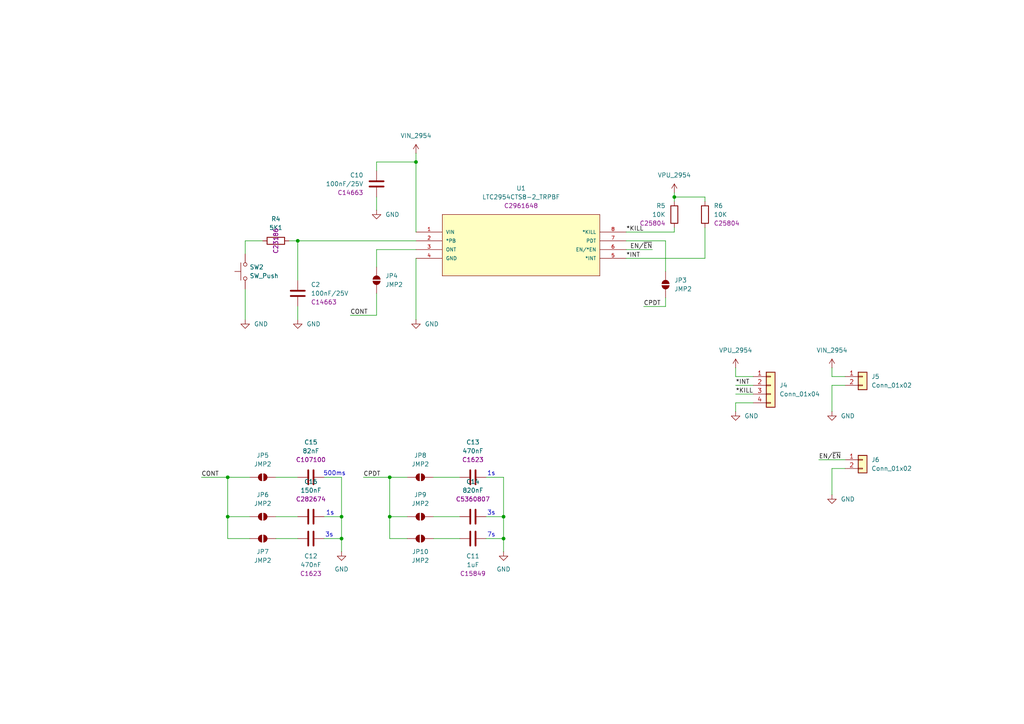
<source format=kicad_sch>
(kicad_sch (version 20250114) (generator "eeschema") (generator_version "9.0")
  (paper "A4")
  (lib_symbols
    (symbol "Connector_Generic:Conn_01x02" (pin_names (offset 1.016) (hide yes))
      (property "Reference" "J" (at 0 2.54 0))
      (property "Value" "Conn_01x02" (at 0 -5.08 0))
      (symbol "Conn_01x02_1_1"
        (rectangle (start -1.27 1.27) (end 1.27 -3.81) (stroke (width 0.254)) (fill (type background)))
        (rectangle (start -1.27 0.127) (end 0 -0.127) (stroke (width 0.1524)))
        (rectangle (start -1.27 -2.413) (end 0 -2.667) (stroke (width 0.1524)))
        (pin passive line (at -5.08 0 0) (length 3.81) (name "Pin_1") (number "1"))
        (pin passive line (at -5.08 -2.54 0) (length 3.81) (name "Pin_2") (number "2"))
      )
    )
    (symbol "Connector_Generic:Conn_01x04" (pin_names (offset 1.016) (hide yes))
      (property "Reference" "J" (at 0 5.08 0))
      (property "Value" "Conn_01x04" (at 0 -7.62 0))
      (symbol "Conn_01x04_1_1"
        (rectangle (start -1.27 3.81) (end 1.27 -6.35) (stroke (width 0.254)) (fill (type background)))
        (rectangle (start -1.27 2.667) (end 0 2.413) (stroke (width 0.1524)))
        (rectangle (start -1.27 0.127) (end 0 -0.127) (stroke (width 0.1524)))
        (rectangle (start -1.27 -2.413) (end 0 -2.667) (stroke (width 0.1524)))
        (rectangle (start -1.27 -4.953) (end 0 -5.207) (stroke (width 0.1524)))
        (pin passive line (at -5.08 2.54 0) (length 3.81) (name "Pin_1") (number "1"))
        (pin passive line (at -5.08 0 0) (length 3.81) (name "Pin_2") (number "2"))
        (pin passive line (at -5.08 -2.54 0) (length 3.81) (name "Pin_3") (number "3"))
        (pin passive line (at -5.08 -5.08 0) (length 3.81) (name "Pin_4") (number "4"))
      )
    )
    (symbol "Device:C" (pin_numbers (hide yes)) (pin_names (offset 0.254))
      (property "Reference" "C" (at 0.635 2.54 0))
      (property "Value" "C" (at 0.635 -2.54 0))
      (symbol "C_0_1"
        (polyline (pts (xy -2.032 0.762) (xy 2.032 0.762)) (stroke (width 0.508)))
        (polyline (pts (xy -2.032 -0.762) (xy 2.032 -0.762)) (stroke (width 0.508)))
      )
      (symbol "C_1_1"
        (pin passive line (at 0 3.81 270) (length 2.794) (name "~") (number "1"))
        (pin passive line (at 0 -3.81 90) (length 2.794) (name "~") (number "2"))
      )
    )
    (symbol "Device:R" (pin_numbers (hide yes)) (pin_names (offset 0))
      (property "Reference" "R" (at 2.032 0 90))
      (property "Value" "R" (at 0 0 90))
      (symbol "R_0_1"
        (rectangle (start -1.016 -2.54) (end 1.016 2.54) (stroke (width 0.254)))
      )
      (symbol "R_1_1"
        (pin passive line (at 0 3.81 270) (length 1.27) (name "~") (number "1"))
        (pin passive line (at 0 -3.81 90) (length 1.27) (name "~") (number "2"))
      )
    )
    (symbol "Jumper:SolderJumper_2_Open" (pin_numbers (hide yes)) (pin_names (offset 0) (hide yes)) (in_bom no)
      (property "Reference" "JP" (at 0 2.032 0))
      (property "Value" "SolderJumper_2_Open" (at 0 -2.54 0))
      (symbol "SolderJumper_2_Open_0_1"
        (polyline (pts (xy -0.254 1.016) (xy -0.254 -1.016)))
        (arc (start -0.254 -1.016) (mid -1.2656 0) (end -0.254 1.016))
        (arc (start -0.254 -1.016) (mid -1.2656 0) (end -0.254 1.016) (fill (type outline)))
        (arc (start 0.254 1.016) (mid 1.2656 0) (end 0.254 -1.016))
        (arc (start 0.254 1.016) (mid 1.2656 0) (end 0.254 -1.016) (fill (type outline)))
        (polyline (pts (xy 0.254 1.016) (xy 0.254 -1.016)))
      )
      (symbol "SolderJumper_2_Open_1_1"
        (pin passive line (at -3.81 0 0) (length 2.54) (name "A") (number "1"))
        (pin passive line (at 3.81 0 180) (length 2.54) (name "B") (number "2"))
      )
    )
    (symbol "LTC2954CTS8-2_TRPBF:LTC2954CTS8-2_TRPBF" (pin_names (offset 1.016))
      (property "Reference" "U" (at 25.7642 9.1216 0))
      (property "Value" "LTC2954CTS8-2_TRPBF" (at 25.1276 6.5804 0))
      (symbol "LTC2954CTS8-2_TRPBF_0_0"
        (rectangle (start 7.62 -12.7) (end 53.34 5.08) (stroke (width 0.1524)) (fill (type background)))
        (pin input line (at 0 0 0) (length 7.62) (name "VIN") (number "1"))
        (pin input line (at 0 -2.54 0) (length 7.62) (name "*PB") (number "2"))
        (pin input line (at 0 -5.08 0) (length 7.62) (name "ONT") (number "3"))
        (pin power_in line (at 0 -7.62 0) (length 7.62) (name "GND") (number "4"))
        (pin input line (at 60.96 0 180) (length 7.62) (name "*KILL") (number "8"))
        (pin input line (at 60.96 -2.54 180) (length 7.62) (name "PDT") (number "7"))
        (pin output line (at 60.96 -5.08 180) (length 7.62) (name "EN/*EN") (number "6"))
        (pin output line (at 60.96 -7.62 180) (length 7.62) (name "*INT") (number "5"))
      )
    )
    (symbol "Switch:SW_Push" (pin_numbers (hide yes)) (pin_names (offset 1.016) (hide yes))
      (property "Reference" "SW" (at 1.27 2.54 0))
      (property "Value" "SW_Push" (at 0 -1.524 0))
      (symbol "SW_Push_0_1"
        (circle (center -2.032 0) (radius 0.508))
        (polyline (pts (xy 0 1.27) (xy 0 3.048)))
        (circle (center 2.032 0) (radius 0.508))
        (polyline (pts (xy 2.54 1.27) (xy -2.54 1.27)))
        (pin passive line (at -5.08 0 0) (length 2.54) (name "1") (number "1"))
        (pin passive line (at 5.08 0 180) (length 2.54) (name "2") (number "2"))
      )
    )
    (symbol "power:GND" (power) (pin_numbers (hide yes)) (pin_names (offset 0) (hide yes))
      (property "Value" "GND" (at 0 -3.81 0))
      (symbol "GND_0_1"
        (polyline (pts (xy 0 0) (xy 0 -1.27) (xy 1.27 -1.27) (xy 0 -2.54) (xy -1.27 -1.27) (xy 0 -1.27)))
      )
      (symbol "GND_1_1"
        (pin power_in line (at 0 0 270) (length 0) (name "~") (number "1"))
      )
    )
    (symbol "power:VAA" (power) (pin_numbers (hide yes)) (pin_names (offset 0) (hide yes))
      (property "Value" "VAA" (at 0 3.556 0))
      (symbol "VAA_0_1"
        (polyline (pts (xy -0.762 1.27) (xy 0 2.54)))
        (polyline (pts (xy 0 2.54) (xy 0.762 1.27)))
        (polyline (pts (xy 0 0) (xy 0 2.54)))
      )
      (symbol "VAA_1_1"
        (pin power_in line (at 0 0 90) (length 0) (name "~") (number "1"))
      )
    )
  )
  (text "3s" (at 142.494 148.844 0) (effects (font (size 1.27 1.27))))
  (text "3s" (at 95.504 155.194 0) (effects (font (size 1.27 1.27))))
  (text "7s" (at 142.494 155.194 0) (effects (font (size 1.27 1.27))))
  (text "1s" (at 142.494 137.414 0) (effects (font (size 1.27 1.27))))
  (text "1s" (at 95.758 148.844 0) (effects (font (size 1.27 1.27))))
  (text "500ms" (at 97.028 137.414 0) (effects (font (size 1.27 1.27))))
  (junction (at 66.04 138.43))
  (junction (at 99.06 156.21))
  (junction (at 86.36 69.85))
  (junction (at 113.03 149.86))
  (junction (at 120.65 46.99))
  (junction (at 66.04 149.86))
  (junction (at 113.03 138.43))
  (junction (at 146.05 149.86))
  (junction (at 195.58 57.15))
  (junction (at 146.05 156.21))
  (junction (at 99.06 149.86))
  (wire (pts (xy 189.23 72.39) (xy 181.61 72.39)))
  (wire (pts (xy 66.04 149.86) (xy 66.04 156.21)))
  (wire (pts (xy 140.97 138.43) (xy 146.05 138.43)))
  (wire (pts (xy 109.22 49.53) (xy 109.22 46.99)))
  (wire (pts (xy 120.65 46.99) (xy 120.65 67.31)))
  (wire (pts (xy 193.04 69.85) (xy 181.61 69.85)))
  (wire (pts (xy 193.04 78.74) (xy 193.04 69.85)))
  (wire (pts (xy 193.04 88.9) (xy 193.04 86.36)))
  (wire (pts (xy 204.47 66.04) (xy 204.47 74.93)))
  (wire (pts (xy 113.03 138.43) (xy 113.03 149.86)))
  (wire (pts (xy 93.98 138.43) (xy 99.06 138.43)))
  (wire (pts (xy 80.01 138.43) (xy 86.36 138.43)))
  (wire (pts (xy 218.44 116.84) (xy 213.36 116.84)))
  (wire (pts (xy 120.65 44.45) (xy 120.65 46.99)))
  (wire (pts (xy 86.36 69.85) (xy 120.65 69.85)))
  (wire (pts (xy 195.58 57.15) (xy 204.47 57.15)))
  (wire (pts (xy 113.03 156.21) (xy 118.11 156.21)))
  (wire (pts (xy 93.98 156.21) (xy 99.06 156.21)))
  (wire (pts (xy 80.01 156.21) (xy 86.36 156.21)))
  (wire (pts (xy 125.73 149.86) (xy 133.35 149.86)))
  (wire (pts (xy 109.22 91.44) (xy 109.22 85.09)))
  (wire (pts (xy 181.61 67.31) (xy 195.58 67.31)))
  (wire (pts (xy 105.41 138.43) (xy 113.03 138.43)))
  (wire (pts (xy 86.36 81.28) (xy 86.36 69.85)))
  (wire (pts (xy 241.3 135.89) (xy 245.11 135.89)))
  (wire (pts (xy 146.05 156.21) (xy 146.05 160.02)))
  (wire (pts (xy 213.36 106.68) (xy 213.36 109.22)))
  (wire (pts (xy 237.49 133.35) (xy 245.11 133.35)))
  (wire (pts (xy 71.12 69.85) (xy 76.2 69.85)))
  (wire (pts (xy 146.05 138.43) (xy 146.05 149.86)))
  (wire (pts (xy 99.06 149.86) (xy 99.06 156.21)))
  (wire (pts (xy 125.73 138.43) (xy 133.35 138.43)))
  (wire (pts (xy 195.58 67.31) (xy 195.58 66.04)))
  (wire (pts (xy 66.04 156.21) (xy 72.39 156.21)))
  (wire (pts (xy 195.58 57.15) (xy 195.58 58.42)))
  (wire (pts (xy 71.12 73.66) (xy 71.12 69.85)))
  (wire (pts (xy 109.22 77.47) (xy 109.22 72.39)))
  (wire (pts (xy 195.58 55.88) (xy 195.58 57.15)))
  (wire (pts (xy 146.05 149.86) (xy 146.05 156.21)))
  (wire (pts (xy 120.65 92.71) (xy 120.65 74.93)))
  (wire (pts (xy 204.47 74.93) (xy 181.61 74.93)))
  (wire (pts (xy 140.97 156.21) (xy 146.05 156.21)))
  (wire (pts (xy 80.01 149.86) (xy 86.36 149.86)))
  (wire (pts (xy 125.73 156.21) (xy 133.35 156.21)))
  (wire (pts (xy 71.12 92.71) (xy 71.12 83.82)))
  (wire (pts (xy 99.06 156.21) (xy 99.06 160.02)))
  (wire (pts (xy 113.03 149.86) (xy 118.11 149.86)))
  (wire (pts (xy 241.3 109.22) (xy 245.11 109.22)))
  (wire (pts (xy 241.3 111.76) (xy 245.11 111.76)))
  (wire (pts (xy 99.06 138.43) (xy 99.06 149.86)))
  (wire (pts (xy 66.04 138.43) (xy 66.04 149.86)))
  (wire (pts (xy 241.3 106.68) (xy 241.3 109.22)))
  (wire (pts (xy 204.47 58.42) (xy 204.47 57.15)))
  (wire (pts (xy 140.97 149.86) (xy 146.05 149.86)))
  (wire (pts (xy 93.98 149.86) (xy 99.06 149.86)))
  (wire (pts (xy 66.04 138.43) (xy 72.39 138.43)))
  (wire (pts (xy 109.22 72.39) (xy 120.65 72.39)))
  (wire (pts (xy 101.6 91.44) (xy 109.22 91.44)))
  (wire (pts (xy 241.3 143.51) (xy 241.3 135.89)))
  (wire (pts (xy 58.42 138.43) (xy 66.04 138.43)))
  (wire (pts (xy 213.36 116.84) (xy 213.36 119.38)))
  (wire (pts (xy 83.82 69.85) (xy 86.36 69.85)))
  (wire (pts (xy 66.04 149.86) (xy 72.39 149.86)))
  (wire (pts (xy 213.36 111.76) (xy 218.44 111.76)))
  (wire (pts (xy 109.22 46.99) (xy 120.65 46.99)))
  (wire (pts (xy 86.36 92.71) (xy 86.36 88.9)))
  (wire (pts (xy 113.03 156.21) (xy 113.03 149.86)))
  (wire (pts (xy 186.69 88.9) (xy 193.04 88.9)))
  (wire (pts (xy 113.03 138.43) (xy 118.11 138.43)))
  (wire (pts (xy 213.36 109.22) (xy 218.44 109.22)))
  (wire (pts (xy 241.3 119.38) (xy 241.3 111.76)))
  (wire (pts (xy 109.22 57.15) (xy 109.22 60.96)))
  (wire (pts (xy 213.36 114.3) (xy 218.44 114.3)))
  (label "CPDT" (at 105.41 138.43 0))
  (label "CONT" (at 58.42 138.43 0))
  (label "*INT" (at 213.36 111.76 0))
  (label "EN/~{EN}" (at 189.23 72.39 180))
  (label "*INT" (at 181.61 74.93 0))
  (label "*KILL" (at 181.61 67.31 0))
  (label "CONT" (at 101.6 91.44 0))
  (label "CPDT" (at 186.69 88.9 0))
  (label "EN/~{EN}" (at 237.49 133.35 0))
  (label "*KILL" (at 213.36 114.3 0))
  (symbol (lib_id "Device:R") (at 195.58 62.23 180) (unit 1)
    (property "Reference" "R5" (at 193.04 59.6899 0) (effects (justify left)))
    (property "Value" "10K" (at 193.04 62.2299 0) (effects (justify left)))
    (property "Footprint" "Resistor_SMD:R_0603_1608Metric" (effects (hide yes)))
    (property "Description" "Resistor" (effects (hide yes)))
    (property "JLCPCB Part #" "C25804" (at 193.04 64.7699 0) (effects (justify left)))
  )
  (symbol (lib_id "Connector_Generic:Conn_01x02") (at 250.19 109.22 0) (unit 1)
    (property "Reference" "J5" (at 252.73 109.2199 0) (effects (justify left)))
    (property "Value" "Conn_01x02" (at 252.73 111.7599 0) (effects (justify left)))
    (property "Footprint" "Connector_PinHeader_2.54mm:PinHeader_1x02_P2.54mm_Vertical" (effects (hide yes)))
    (property "Description" "Generic connector, single row, 01x02, script generated (kicad-library-utils/schlib/autogen/connector/)" (effects (hide yes)))
  )
  (symbol (lib_id "Jumper:SolderJumper_2_Open") (at 121.92 138.43 180) (unit 1) (in_bom no)
    (property "Reference" "JP8" (at 121.92 132.08 0))
    (property "Value" "JMP2" (at 121.92 134.62 0))
    (property "Footprint" "Jumper:SolderJumper-2_P1.3mm_Open_RoundedPad1.0x1.5mm" (effects (hide yes)))
    (property "Description" "Solder Jumper, 2-pole, open" (effects (hide yes)))
  )
  (symbol (lib_id "power:VAA") (at 195.58 55.88 0) (unit 1)
    (property "Reference" "#PWR013" (effects (hide yes)))
    (property "Value" "VPU_2954" (at 195.58 50.8 0))
    (property "Description" "Power symbol creates a global label with name \"VAA\"" (effects (hide yes)))
  )
  (symbol (lib_id "Jumper:SolderJumper_2_Open") (at 109.22 81.28 90) (unit 1) (in_bom no)
    (property "Reference" "JP4" (at 111.76 80.0099 90) (effects (justify right)))
    (property "Value" "JMP2" (at 111.76 82.5499 90) (effects (justify right)))
    (property "Footprint" "Jumper:SolderJumper-2_P1.3mm_Open_RoundedPad1.0x1.5mm" (effects (hide yes)))
    (property "Description" "Solder Jumper, 2-pole, open" (effects (hide yes)))
  )
  (symbol (lib_id "Device:C") (at 90.17 138.43 90) (unit 1)
    (property "Reference" "C15" (at 90.17 128.27 90))
    (property "Value" "82nF" (at 90.17 130.81 90))
    (property "Footprint" "Capacitor_SMD:C_0603_1608Metric" (effects (hide yes)))
    (property "Description" "Unpolarized capacitor" (effects (hide yes)))
    (property "JLCPCB Part #" "C107100" (at 90.17 133.35 90))
  )
  (symbol (lib_id "power:VAA") (at 120.65 44.45 0) (unit 1)
    (property "Reference" "#PWR012" (effects (hide yes)))
    (property "Value" "VIN_2954" (at 120.65 39.37 0))
    (property "Description" "Power symbol creates a global label with name \"VAA\"" (effects (hide yes)))
  )
  (symbol (lib_id "power:GND") (at 213.36 119.38 0) (unit 1)
    (property "Reference" "#PWR040" (effects (hide yes)))
    (property "Value" "GND" (at 215.9 120.6499 0) (effects (justify left)))
    (property "Description" "Power symbol creates a global label with name \"GND\" , ground" (effects (hide yes)))
  )
  (symbol (lib_id "Device:C") (at 90.17 156.21 90) (unit 1)
    (property "Reference" "C12" (at 90.17 161.29 90))
    (property "Value" "470nF" (at 90.17 163.83 90))
    (property "Footprint" "Capacitor_SMD:C_0603_1608Metric" (effects (hide yes)))
    (property "Description" "Unpolarized capacitor" (effects (hide yes)))
    (property "JLCPCB Part #" "C1623" (at 90.17 166.37 90))
  )
  (symbol (lib_id "Device:C") (at 86.36 85.09 0) (unit 1)
    (property "Reference" "C2" (at 90.17 82.5499 0) (effects (justify left)))
    (property "Value" "100nF/25V" (at 90.17 85.0899 0) (effects (justify left)))
    (property "Footprint" "Capacitor_SMD:C_0603_1608Metric" (effects (hide yes)))
    (property "Description" "Unpolarized capacitor" (effects (hide yes)))
    (property "JLCPCB Part #" "C14663" (at 90.17 87.6299 0) (effects (justify left)))
  )
  (symbol (lib_id "power:GND") (at 120.65 92.71 0) (unit 1)
    (property "Reference" "#PWR014" (effects (hide yes)))
    (property "Value" "GND" (at 123.19 93.9799 0) (effects (justify left)))
    (property "Description" "Power symbol creates a global label with name \"GND\" , ground" (effects (hide yes)))
  )
  (symbol (lib_id "Device:C") (at 137.16 138.43 90) (unit 1)
    (property "Reference" "C13" (at 137.16 128.27 90))
    (property "Value" "470nF" (at 137.16 130.81 90))
    (property "Footprint" "Capacitor_SMD:C_0603_1608Metric" (effects (hide yes)))
    (property "Description" "Unpolarized capacitor" (effects (hide yes)))
    (property "JLCPCB Part #" "C1623" (at 137.16 133.35 90))
  )
  (symbol (lib_id "Device:C") (at 109.22 53.34 0) (unit 1)
    (property "Reference" "C10" (at 105.41 50.7999 0) (effects (justify right)))
    (property "Value" "100nF/25V" (at 105.41 53.3399 0) (effects (justify right)))
    (property "Footprint" "Capacitor_SMD:C_0603_1608Metric" (effects (hide yes)))
    (property "Description" "Unpolarized capacitor" (effects (hide yes)))
    (property "JLCPCB Part #" "C14663" (at 105.41 55.8799 0) (effects (justify right)))
  )
  (symbol (lib_id "Device:C") (at 137.16 156.21 90) (unit 1)
    (property "Reference" "C11" (at 137.16 161.29 90))
    (property "Value" "1uF" (at 137.16 163.83 90))
    (property "Footprint" "Capacitor_SMD:C_0603_1608Metric" (effects (hide yes)))
    (property "Description" "Unpolarized capacitor" (effects (hide yes)))
    (property "JLCPCB Part #" "C15849" (at 137.16 166.37 90))
  )
  (symbol (lib_id "power:VAA") (at 213.36 106.68 0) (unit 1)
    (property "Reference" "#PWR038" (effects (hide yes)))
    (property "Value" "VPU_2954" (at 213.36 101.6 0))
    (property "Description" "Power symbol creates a global label with name \"VAA\"" (effects (hide yes)))
  )
  (symbol (lib_id "Device:C") (at 137.16 149.86 90) (unit 1)
    (property "Reference" "C14" (at 137.16 139.7 90))
    (property "Value" "820nF" (at 137.16 142.24 90))
    (property "Footprint" "Capacitor_SMD:C_0603_1608Metric" (effects (hide yes)))
    (property "Description" "Unpolarized capacitor" (effects (hide yes)))
    (property "JLCPCB Part #" "C5360807" (at 137.16 144.78 90))
  )
  (symbol (lib_id "Device:R") (at 204.47 62.23 180) (unit 1)
    (property "Reference" "R6" (at 207.01 59.6899 0) (effects (justify right)))
    (property "Value" "10K" (at 207.01 62.2299 0) (effects (justify right)))
    (property "Footprint" "Resistor_SMD:R_0603_1608Metric" (effects (hide yes)))
    (property "Description" "Resistor" (effects (hide yes)))
    (property "JLCPCB Part #" "C25804" (at 207.01 64.7699 0) (effects (justify right)))
  )
  (symbol (lib_id "power:GND") (at 99.06 160.02 0) (unit 1)
    (property "Reference" "#PWR016" (effects (hide yes)))
    (property "Value" "GND" (at 99.06 165.1 0))
    (property "Description" "Power symbol creates a global label with name \"GND\" , ground" (effects (hide yes)))
  )
  (symbol (lib_id "Jumper:SolderJumper_2_Open") (at 76.2 149.86 180) (unit 1) (in_bom no)
    (property "Reference" "JP6" (at 76.2 143.51 0))
    (property "Value" "JMP2" (at 76.2 146.05 0))
    (property "Footprint" "Jumper:SolderJumper-2_P1.3mm_Open_RoundedPad1.0x1.5mm" (effects (hide yes)))
    (property "Description" "Solder Jumper, 2-pole, open" (effects (hide yes)))
  )
  (symbol (lib_id "power:GND") (at 146.05 160.02 0) (unit 1)
    (property "Reference" "#PWR015" (effects (hide yes)))
    (property "Value" "GND" (at 146.05 165.1 0))
    (property "Description" "Power symbol creates a global label with name \"GND\" , ground" (effects (hide yes)))
  )
  (symbol (lib_id "Switch:SW_Push") (at 71.12 78.74 90) (unit 1)
    (property "Reference" "SW2" (at 72.39 77.4699 90) (effects (justify right)))
    (property "Value" "SW_Push" (at 72.39 80.0099 90) (effects (justify right)))
    (property "Footprint" "Button_Switch_THT:SW_PUSH_6mm" (effects (hide yes)))
    (property "Description" "Push button switch, generic, two pins" (effects (hide yes)))
  )
  (symbol (lib_id "Connector_Generic:Conn_01x02") (at 250.19 133.35 0) (unit 1)
    (property "Reference" "J6" (at 252.73 133.3499 0) (effects (justify left)))
    (property "Value" "Conn_01x02" (at 252.73 135.8899 0) (effects (justify left)))
    (property "Footprint" "Connector_PinHeader_2.54mm:PinHeader_1x02_P2.54mm_Vertical" (effects (hide yes)))
    (property "Description" "Generic connector, single row, 01x02, script generated (kicad-library-utils/schlib/autogen/connector/)" (effects (hide yes)))
  )
  (symbol (lib_id "power:GND") (at 71.12 92.71 0) (unit 1)
    (property "Reference" "#PWR03" (effects (hide yes)))
    (property "Value" "GND" (at 73.66 93.9799 0) (effects (justify left)))
    (property "Description" "Power symbol creates a global label with name \"GND\" , ground" (effects (hide yes)))
  )
  (symbol (lib_id "power:GND") (at 241.3 143.51 0) (unit 1)
    (property "Reference" "#PWR043" (effects (hide yes)))
    (property "Value" "GND" (at 243.84 144.7799 0) (effects (justify left)))
    (property "Description" "Power symbol creates a global label with name \"GND\" , ground" (effects (hide yes)))
  )
  (symbol (lib_id "Device:C") (at 90.17 149.86 90) (unit 1)
    (property "Reference" "C16" (at 90.17 139.7 90))
    (property "Value" "150nF" (at 90.17 142.24 90))
    (property "Footprint" "Capacitor_SMD:C_0603_1608Metric" (effects (hide yes)))
    (property "Description" "Unpolarized capacitor" (effects (hide yes)))
    (property "JLCPCB Part #" "C282674" (at 90.17 144.78 90))
  )
  (symbol (lib_id "Connector_Generic:Conn_01x04") (at 223.52 111.76 0) (unit 1)
    (property "Reference" "J4" (at 226.06 111.7599 0) (effects (justify left)))
    (property "Value" "Conn_01x04" (at 226.06 114.2999 0) (effects (justify left)))
    (property "Footprint" "Connector_PinHeader_2.54mm:PinHeader_1x04_P2.54mm_Vertical" (effects (hide yes)))
    (property "Description" "Generic connector, single row, 01x04, script generated (kicad-library-utils/schlib/autogen/connector/)" (effects (hide yes)))
  )
  (symbol (lib_id "power:GND") (at 109.22 60.96 0) (unit 1)
    (property "Reference" "#PWR011" (effects (hide yes)))
    (property "Value" "GND" (at 111.76 62.2299 0) (effects (justify left)))
    (property "Description" "Power symbol creates a global label with name \"GND\" , ground" (effects (hide yes)))
  )
  (symbol (lib_id "Jumper:SolderJumper_2_Open") (at 121.92 156.21 180) (unit 1) (in_bom no)
    (property "Reference" "JP10" (at 121.92 160.02 0))
    (property "Value" "JMP2" (at 121.92 162.56 0))
    (property "Footprint" "Jumper:SolderJumper-2_P1.3mm_Open_RoundedPad1.0x1.5mm" (effects (hide yes)))
    (property "Description" "Solder Jumper, 2-pole, open" (effects (hide yes)))
  )
  (symbol (lib_id "Device:R") (at 80.01 69.85 90) (unit 1)
    (property "Reference" "R4" (at 80.01 63.5 90))
    (property "Value" "5K1" (at 80.01 66.04 90))
    (property "Footprint" "Resistor_SMD:R_0603_1608Metric" (effects (hide yes)))
    (property "Description" "Resistor" (effects (hide yes)))
    (property "JLCPCB Part #" "C23186" (at 80.01 69.85 0))
  )
  (symbol (lib_id "Jumper:SolderJumper_2_Open") (at 121.92 149.86 180) (unit 1) (in_bom no)
    (property "Reference" "JP9" (at 121.92 143.51 0))
    (property "Value" "JMP2" (at 121.92 146.05 0))
    (property "Footprint" "Jumper:SolderJumper-2_P1.3mm_Open_RoundedPad1.0x1.5mm" (effects (hide yes)))
    (property "Description" "Solder Jumper, 2-pole, open" (effects (hide yes)))
  )
  (symbol (lib_id "power:VAA") (at 241.3 106.68 0) (unit 1)
    (property "Reference" "#PWR041" (effects (hide yes)))
    (property "Value" "VIN_2954" (at 241.3 101.6 0))
    (property "Description" "Power symbol creates a global label with name \"VAA\"" (effects (hide yes)))
  )
  (symbol (lib_id "Jumper:SolderJumper_2_Open") (at 76.2 156.21 180) (unit 1) (in_bom no)
    (property "Reference" "JP7" (at 76.2 160.02 0))
    (property "Value" "JMP2" (at 76.2 162.56 0))
    (property "Footprint" "Jumper:SolderJumper-2_P1.3mm_Open_RoundedPad1.0x1.5mm" (effects (hide yes)))
    (property "Description" "Solder Jumper, 2-pole, open" (effects (hide yes)))
  )
  (symbol (lib_id "power:GND") (at 241.3 119.38 0) (unit 1)
    (property "Reference" "#PWR042" (effects (hide yes)))
    (property "Value" "GND" (at 243.84 120.6499 0) (effects (justify left)))
    (property "Description" "Power symbol creates a global label with name \"GND\" , ground" (effects (hide yes)))
  )
  (symbol (lib_id "Jumper:SolderJumper_2_Open") (at 76.2 138.43 180) (unit 1) (in_bom no)
    (property "Reference" "JP5" (at 76.2 132.08 0))
    (property "Value" "JMP2" (at 76.2 134.62 0))
    (property "Footprint" "Jumper:SolderJumper-2_P1.3mm_Open_RoundedPad1.0x1.5mm" (effects (hide yes)))
    (property "Description" "Solder Jumper, 2-pole, open" (effects (hide yes)))
  )
  (symbol (lib_id "Jumper:SolderJumper_2_Open") (at 193.04 82.55 90) (unit 1) (in_bom no)
    (property "Reference" "JP3" (at 195.58 81.2799 90) (effects (justify right)))
    (property "Value" "JMP2" (at 195.58 83.8199 90) (effects (justify right)))
    (property "Footprint" "Jumper:SolderJumper-2_P1.3mm_Open_RoundedPad1.0x1.5mm" (effects (hide yes)))
    (property "Description" "Solder Jumper, 2-pole, open" (effects (hide yes)))
  )
  (symbol (lib_id "LTC2954CTS8-2_TRPBF:LTC2954CTS8-2_TRPBF") (at 120.65 67.31 0) (unit 1)
    (property "Reference" "U1" (at 151.13 54.61 0))
    (property "Value" "LTC2954CTS8-2_TRPBF" (at 151.13 57.15 0))
    (property "Footprint" "LTC2954CTS8-2:LTC2954CTS8-2" (effects (hide yes)))
    (property "MF" "Analog Devices" (effects (hide yes)))
    (property "VENDOR" "Linear Technology" (effects (hide yes)))
    (property "Description_1" "Power Supply Controller Push Button, On/Off Controller TSOT-23-8" (effects (hide yes)))
    (property "Package" "SOT-8 Analog Devices" (effects (hide yes)))
    (property "Price" "None" (effects (hide yes)))
    (property "Check_prices" "https://www.snapeda.com/parts/LTC2954CTS8-2%23TRPBF/Analog+Devices/view-part/?ref=eda" (effects (hide yes)))
    (property "SnapEDA_Link" "https://www.snapeda.com/parts/LTC2954CTS8-2%23TRPBF/Analog+Devices/view-part/?ref=snap" (effects (hide yes)))
    (property "MP" "LTC2954CTS8-2#TRPBF" (effects (hide yes)))
    (property "Availability" "In Stock" (effects (hide yes)))
    (property "MANUFACTURER_PART_NUMBER" "ltc2954cts82" (effects (hide yes)))
    (property "JLCPCB Part #" "C2961648" (at 151.13 59.69 0))
  )
  (symbol (lib_id "power:GND") (at 86.36 92.71 0) (unit 1)
    (property "Reference" "#PWR04" (effects (hide yes)))
    (property "Value" "GND" (at 88.9 93.9799 0) (effects (justify left)))
    (property "Description" "Power symbol creates a global label with name \"GND\" , ground" (effects (hide yes)))
  )
)
</source>
